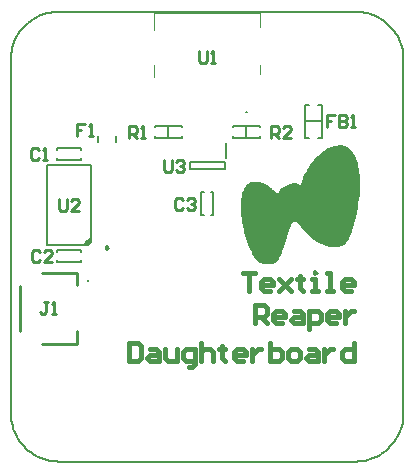
<source format=gto>
G04*
G04 #@! TF.GenerationSoftware,Altium Limited,Altium Designer,22.5.1 (42)*
G04*
G04 Layer_Color=65535*
%FSLAX25Y25*%
%MOIN*%
G70*
G04*
G04 #@! TF.SameCoordinates,6575D538-9FDD-43DE-8B67-50E4B2F97E8D*
G04*
G04*
G04 #@! TF.FilePolarity,Positive*
G04*
G01*
G75*
%ADD10C,0.01000*%
%ADD11C,0.01000*%
%ADD12C,0.00984*%
%ADD13C,0.00787*%
%ADD14C,0.00591*%
%ADD15C,0.00394*%
%ADD16C,0.01500*%
G36*
X25997Y72706D02*
X24815Y72411D01*
Y73002D01*
X25997Y74183D01*
X26784D01*
X25997Y72706D01*
D02*
G37*
G36*
X79777Y70947D02*
X79533Y71495D01*
X79350Y71922D01*
X79228Y72227D01*
X79075Y72623D01*
X78496Y74422D01*
X78313Y75031D01*
X78253Y75275D01*
X78131Y75702D01*
X77887Y76677D01*
X77795Y77074D01*
X77734Y77318D01*
X77612Y77927D01*
X77551Y78171D01*
X77307Y79390D01*
X77247Y79756D01*
X77186Y80061D01*
X77064Y80793D01*
X77003Y81280D01*
X76911Y82103D01*
X76850Y82530D01*
X76789Y83323D01*
X76728Y84481D01*
X76789Y87286D01*
X76850Y87468D01*
X76942Y88230D01*
X77003Y88535D01*
X77064Y88901D01*
X77247Y89633D01*
X77612Y90669D01*
X77887Y91248D01*
X78405Y92010D01*
X78496Y92102D01*
X78557Y92224D01*
X78893Y92559D01*
X79015Y92620D01*
X79137Y92742D01*
X79258Y92803D01*
X80173Y93230D01*
X80569Y93321D01*
X80935Y93382D01*
X82368Y93413D01*
X82551Y93352D01*
X83038Y93291D01*
X83221Y93230D01*
X83983Y92955D01*
X84288Y92833D01*
X84623Y92681D01*
X85294Y92315D01*
X86392Y91584D01*
X86727Y91309D01*
X86940Y91157D01*
X87062Y91035D01*
X87184Y90974D01*
X87489Y90669D01*
X87611Y90608D01*
X89013Y89206D01*
X89074Y89511D01*
X89135Y89755D01*
X89257Y90059D01*
X89501Y90425D01*
X89592Y90517D01*
X89653Y90639D01*
X90171Y91157D01*
X90293Y91218D01*
X90476Y91401D01*
X90598Y91462D01*
X91025Y91767D01*
X92427Y92437D01*
X93220Y92681D01*
X93464Y92742D01*
X94195Y92864D01*
X94835Y92894D01*
X95323Y92833D01*
X95567Y92772D01*
X95872Y92651D01*
X96085Y92498D01*
X96207Y92376D01*
X96298Y92346D01*
X96359Y92224D01*
X96603Y91797D01*
X96756Y92498D01*
X96939Y93230D01*
X97365Y94449D01*
X97548Y94937D01*
X97853Y95607D01*
X98615Y97101D01*
X99103Y97955D01*
X99408Y98381D01*
X99469Y98503D01*
X99713Y98869D01*
X99774Y98991D01*
X99896Y99113D01*
X99957Y99235D01*
X100688Y100210D01*
X100962Y100546D01*
X101115Y100759D01*
X101542Y101186D01*
X101603Y101308D01*
X102182Y101887D01*
X102304Y101948D01*
X102730Y102375D01*
X102852Y102436D01*
X103096Y102679D01*
X103218Y102740D01*
X103401Y102923D01*
X103523Y102984D01*
X103645Y103106D01*
X103767Y103167D01*
X103889Y103289D01*
X104011Y103350D01*
X104133Y103472D01*
X104255Y103533D01*
X104620Y103777D01*
X104742Y103838D01*
X105108Y104082D01*
X105230Y104143D01*
X105779Y104447D01*
X106693Y104874D01*
X106998Y104996D01*
X107394Y105149D01*
X107638Y105210D01*
X107974Y105301D01*
X108461Y105423D01*
X109315Y105545D01*
X110717Y105484D01*
X110900Y105423D01*
X111235Y105332D01*
X111723Y105149D01*
X112241Y104874D01*
X112668Y104569D01*
X112790Y104508D01*
X113674Y103624D01*
X113735Y103503D01*
X113857Y103381D01*
X113918Y103259D01*
X114040Y103137D01*
X114101Y103015D01*
X114345Y102649D01*
X115015Y101247D01*
X115137Y100942D01*
X115289Y100546D01*
X115686Y99235D01*
X115808Y98747D01*
X115899Y98351D01*
X115960Y98107D01*
X116021Y97741D01*
X116082Y97436D01*
X116143Y97071D01*
X116235Y96248D01*
X116295Y96004D01*
X116417Y94358D01*
X116478Y93931D01*
X116417Y89663D01*
X116356Y89480D01*
X116265Y88535D01*
X116204Y88048D01*
X115899Y85975D01*
X115655Y84512D01*
X115594Y84207D01*
X115533Y83841D01*
X115350Y82926D01*
X115289Y82561D01*
X115228Y82317D01*
X115107Y81707D01*
X115046Y81463D01*
X114985Y81158D01*
X114558Y79451D01*
X114467Y79116D01*
X114406Y78872D01*
X114223Y78263D01*
X113643Y76586D01*
X113461Y76098D01*
X113217Y75489D01*
X112698Y74422D01*
X112455Y73995D01*
X112150Y73568D01*
X112089Y73446D01*
X111814Y73111D01*
X111662Y72897D01*
X111205Y72440D01*
X111083Y72379D01*
X110961Y72257D01*
X110290Y71952D01*
X109985Y71830D01*
X109498Y71709D01*
X109071Y71648D01*
X108827Y71587D01*
X107699Y71556D01*
X106968Y71617D01*
X106663Y71678D01*
X106297Y71739D01*
X105322Y71983D01*
X104468Y72288D01*
X103858Y72532D01*
X103523Y72684D01*
X102243Y73355D01*
X101755Y73659D01*
X101633Y73721D01*
X100231Y74757D01*
X100109Y74879D01*
X99987Y74940D01*
X99499Y75428D01*
X99377Y75489D01*
X98798Y76068D01*
X98737Y76190D01*
X98189Y76738D01*
X98128Y76860D01*
X97823Y77165D01*
X97762Y77287D01*
X97518Y77531D01*
X97457Y77653D01*
X97152Y77958D01*
X97091Y78080D01*
X96847Y78323D01*
X96786Y78445D01*
X96420Y78811D01*
X96359Y78933D01*
X95963Y79329D01*
X95841Y79390D01*
X95597Y79634D01*
X94927Y79939D01*
X94500Y80000D01*
X94134Y79939D01*
X93921Y79726D01*
X93860Y79604D01*
X93311Y78445D01*
X93159Y78049D01*
X92153Y74970D01*
X90964Y71465D01*
X90720Y70794D01*
X90537Y70306D01*
X90293Y69697D01*
X89988Y69026D01*
X89867Y68721D01*
X89287Y67654D01*
X88891Y67075D01*
X88739Y66862D01*
X88617Y66740D01*
X88556Y66618D01*
X88342Y66404D01*
X88221Y66344D01*
X88099Y66222D01*
X87977Y66161D01*
X87550Y65978D01*
X87032Y65886D01*
X86209Y65795D01*
X84623Y65856D01*
X84441Y65917D01*
X84105Y66008D01*
X83618Y66191D01*
X83160Y66404D01*
X82581Y66801D01*
X82490Y66892D01*
X82368Y66953D01*
X81788Y67532D01*
X81728Y67654D01*
X81606Y67776D01*
X81545Y67898D01*
X81240Y68325D01*
X81179Y68447D01*
X80874Y68874D01*
X80813Y68996D01*
X80569Y69422D01*
X80264Y69971D01*
X79777Y70886D01*
Y70947D01*
D02*
G37*
D10*
X102028Y63090D02*
X101253Y63537D01*
Y62643D01*
X102028Y63090D01*
X3150Y43697D02*
Y58693D01*
X22245Y39378D02*
Y43563D01*
Y58949D02*
Y63000D01*
X10512Y39378D02*
X22245D01*
X10512Y63000D02*
X22245D01*
X51168Y100599D02*
Y97267D01*
X51835Y96601D01*
X53168D01*
X53834Y97267D01*
Y100599D01*
X55167Y99933D02*
X55834Y100599D01*
X57166D01*
X57833Y99933D01*
Y99266D01*
X57166Y98600D01*
X56500D01*
X57166D01*
X57833Y97934D01*
Y97267D01*
X57166Y96601D01*
X55834D01*
X55167Y97267D01*
X16168Y87599D02*
Y84267D01*
X16835Y83601D01*
X18168D01*
X18834Y84267D01*
Y87599D01*
X22833Y83601D02*
X20167D01*
X22833Y86266D01*
Y86933D01*
X22166Y87599D01*
X20833D01*
X20167Y86933D01*
X62835Y137099D02*
Y133767D01*
X63501Y133101D01*
X64834D01*
X65501Y133767D01*
Y137099D01*
X66834Y133101D02*
X68166D01*
X67500D01*
Y137099D01*
X66834Y136433D01*
X86918Y108101D02*
Y112099D01*
X88918D01*
X89584Y111433D01*
Y110100D01*
X88918Y109433D01*
X86918D01*
X88251D02*
X89584Y108101D01*
X93583D02*
X90917D01*
X93583Y110766D01*
Y111433D01*
X92916Y112099D01*
X91584D01*
X90917Y111433D01*
X39335Y108101D02*
Y112099D01*
X41334D01*
X42001Y111433D01*
Y110100D01*
X41334Y109433D01*
X39335D01*
X40668D02*
X42001Y108101D01*
X43334D02*
X44666D01*
X44000D01*
Y112099D01*
X43334Y111433D01*
X12501Y53220D02*
X11168D01*
X11834D01*
Y49888D01*
X11168Y49221D01*
X10501D01*
X9835Y49888D01*
X13834Y49221D02*
X15166D01*
X14500D01*
Y53220D01*
X13834Y52553D01*
X108251Y115499D02*
X105585D01*
Y113500D01*
X106918D01*
X105585D01*
Y111501D01*
X109583Y115499D02*
Y111501D01*
X111583D01*
X112249Y112167D01*
Y112833D01*
X111583Y113500D01*
X109583D01*
X111583D01*
X112249Y114166D01*
Y114833D01*
X111583Y115499D01*
X109583D01*
X113582Y111501D02*
X114915D01*
X114249D01*
Y115499D01*
X113582Y114833D01*
X24750Y112749D02*
X22084D01*
Y110750D01*
X23417D01*
X22084D01*
Y108751D01*
X26083D02*
X27416D01*
X26749D01*
Y112749D01*
X26083Y112083D01*
X57334Y87433D02*
X56668Y88099D01*
X55335D01*
X54668Y87433D01*
Y84767D01*
X55335Y84101D01*
X56668D01*
X57334Y84767D01*
X58667Y87433D02*
X59333Y88099D01*
X60666D01*
X61333Y87433D01*
Y86766D01*
X60666Y86100D01*
X60000D01*
X60666D01*
X61333Y85434D01*
Y84767D01*
X60666Y84101D01*
X59333D01*
X58667Y84767D01*
X9833Y70083D02*
X9167Y70749D01*
X7834D01*
X7168Y70083D01*
Y67417D01*
X7834Y66751D01*
X9167D01*
X9833Y67417D01*
X13832Y66751D02*
X11167D01*
X13832Y69416D01*
Y70083D01*
X13166Y70749D01*
X11833D01*
X11167Y70083D01*
X9500Y104083D02*
X8833Y104749D01*
X7501D01*
X6834Y104083D01*
Y101417D01*
X7501Y100751D01*
X8833D01*
X9500Y101417D01*
X10833Y100751D02*
X12166D01*
X11499D01*
Y104749D01*
X10833Y104083D01*
D11*
X25600Y60236D02*
D03*
D12*
X32394Y71427D02*
X31656Y71853D01*
Y71001D01*
X32394Y71427D01*
D13*
X26587Y74183D02*
X25701Y73945D01*
X25053Y73297D01*
X24815Y72411D01*
X78886Y116596D02*
X78493D01*
X78886D01*
X78493D01*
X71800Y101409D02*
Y106133D01*
X59745Y100031D02*
X71257D01*
X59745Y97669D02*
Y100031D01*
Y97669D02*
X71257D01*
Y100031D01*
X34953Y106714D02*
Y108486D01*
X29048Y106714D02*
Y108486D01*
X12217Y72411D02*
Y98789D01*
X26784D01*
X26587Y74183D02*
X26784D01*
Y73297D02*
Y98789D01*
X25898Y72411D02*
X26784Y73297D01*
X12217Y72411D02*
X25898D01*
X115000Y149994D02*
X114997Y149994D01*
X130895Y134235D02*
X130863Y135230D01*
X130769Y136221D01*
X130613Y137204D01*
X130394Y138175D01*
X130115Y139130D01*
X129776Y140066D01*
X129379Y140979D01*
X128925Y141865D01*
X128416Y142720D01*
X127853Y143542D01*
X127240Y144326D01*
X126579Y145070D01*
X125872Y145771D01*
X125122Y146426D01*
X124333Y147032D01*
X123506Y147587D01*
X122647Y148089D01*
X121757Y148536D01*
X120841Y148925D01*
X119902Y149256D01*
X118944Y149527D01*
X117971Y149737D01*
X116987Y149885D01*
X115995Y149971D01*
X115000Y149994D01*
X130894Y134099D02*
X130895Y134235D01*
X130894Y134097D02*
X130894Y134099D01*
X130894Y15999D02*
Y16000D01*
X130894Y15999D02*
Y16000D01*
X115001Y106D02*
X115999Y140D01*
X116992Y236D01*
X117977Y393D01*
X118951Y612D01*
X119908Y892D01*
X120847Y1232D01*
X121762Y1629D01*
X122651Y2083D01*
X123509Y2591D01*
X124334Y3152D01*
X125122Y3764D01*
X125871Y4424D01*
X126576Y5130D01*
X127236Y5878D01*
X127848Y6666D01*
X128410Y7491D01*
X128918Y8350D01*
X129372Y9238D01*
X129769Y10154D01*
X130108Y11092D01*
X130388Y12050D01*
X130607Y13023D01*
X130765Y14009D01*
X130861Y15002D01*
X130894Y15999D01*
X115001Y106D02*
X115001D01*
X107Y134098D02*
X107Y134097D01*
X16001Y149994D02*
X15000Y149971D01*
X14003Y149884D01*
X13014Y149734D01*
X12036Y149522D01*
X11073Y149248D01*
X10130Y148913D01*
X9209Y148520D01*
X8316Y148068D01*
X7453Y147561D01*
X6624Y147000D01*
X5832Y146388D01*
X5081Y145726D01*
X4374Y145018D01*
X3712Y144267D01*
X3100Y143475D01*
X2539Y142647D01*
X2032Y141783D01*
X1581Y140890D01*
X1187Y139970D01*
X852Y139026D01*
X579Y138064D01*
X366Y137086D01*
X216Y136096D01*
X130Y135099D01*
X107Y134098D01*
X16004Y149994D02*
X16001Y149994D01*
X107Y16000D02*
X138Y15002D01*
X232Y14008D01*
X388Y13022D01*
X606Y12047D01*
X885Y11089D01*
X1223Y10149D01*
X1619Y9233D01*
X2073Y8343D01*
X2581Y7484D01*
X3142Y6658D01*
X3754Y5869D01*
X4414Y5120D01*
X5121Y4414D01*
X5869Y3754D01*
X6658Y3142D01*
X7484Y2580D01*
X8344Y2072D01*
X9233Y1619D01*
X10150Y1222D01*
X11089Y884D01*
X12048Y606D01*
X13022Y388D01*
X14008Y231D01*
X15003Y138D01*
X16001Y106D01*
X130894Y134099D02*
Y134100D01*
X130894Y16000D02*
X130894Y134099D01*
X115000Y149994D02*
X115001D01*
X16001D02*
X115000D01*
X16001D02*
X16001D01*
X107Y134098D02*
Y134100D01*
Y134098D02*
X107Y16000D01*
Y16000D02*
Y16000D01*
X16001Y106D02*
X115001D01*
X16001D02*
X16001D01*
D14*
X98244Y113500D02*
X103756D01*
X102575Y119012D02*
X103756D01*
Y107988D02*
Y119012D01*
X102575Y107988D02*
X103756D01*
X98244D02*
X99425D01*
X98244D02*
Y119012D01*
X99425D01*
X63532Y82163D02*
X64319D01*
X63532D02*
Y90037D01*
X64319D01*
X66682D02*
X67469D01*
Y82163D02*
Y90037D01*
X66682Y82163D02*
X67469D01*
X15564Y103781D02*
Y104569D01*
X23438D01*
Y103781D02*
Y104569D01*
Y100631D02*
Y101419D01*
X15564Y100631D02*
X23438D01*
X15564D02*
Y101419D01*
X23438Y66632D02*
Y67419D01*
X15564Y66632D02*
X23438D01*
X15564D02*
Y67419D01*
Y69781D02*
Y70569D01*
X23438D01*
Y69781D02*
Y70569D01*
X78501Y108100D02*
Y112100D01*
X83001Y108100D02*
Y108600D01*
X74001Y108100D02*
X83001D01*
X74001D02*
Y108600D01*
Y111600D02*
Y112100D01*
X83001D01*
Y111600D02*
Y112100D01*
X52501Y108100D02*
Y112100D01*
X57001Y108100D02*
Y108600D01*
X48001Y108100D02*
X57001D01*
X48001D02*
Y108600D01*
Y111600D02*
Y112100D01*
X57001D01*
Y111600D02*
Y112100D01*
D15*
X47902Y128210D02*
Y132147D01*
Y128210D02*
Y132147D01*
Y143958D02*
Y149576D01*
Y143958D02*
Y149576D01*
X83099D01*
X47902D02*
X83099D01*
Y144942D02*
Y149576D01*
Y144942D02*
Y149576D01*
Y129194D02*
Y132147D01*
X83217D01*
Y129194D02*
Y132147D01*
X83099Y129194D02*
X83217D01*
D16*
X77512Y63092D02*
X81511D01*
X79511D01*
Y57094D01*
X86509D02*
X84510D01*
X83510Y58094D01*
Y60093D01*
X84510Y61093D01*
X86509D01*
X87509Y60093D01*
Y59093D01*
X83510D01*
X89508Y61093D02*
X93507Y57094D01*
X91507Y59093D01*
X93507Y61093D01*
X89508Y57094D01*
X96506Y62092D02*
Y61093D01*
X95506D01*
X97505D01*
X96506D01*
Y58094D01*
X97505Y57094D01*
X100505D02*
X102504D01*
X101504D01*
Y61093D01*
X100505D01*
X105503Y57094D02*
X107502D01*
X106503D01*
Y63092D01*
X105503D01*
X113500Y57094D02*
X111501D01*
X110501Y58094D01*
Y60093D01*
X111501Y61093D01*
X113500D01*
X114500Y60093D01*
Y59093D01*
X110501D01*
X81511Y46296D02*
Y52294D01*
X84510D01*
X85509Y51295D01*
Y49295D01*
X84510Y48296D01*
X81511D01*
X83510D02*
X85509Y46296D01*
X90508D02*
X88508D01*
X87509Y47296D01*
Y49295D01*
X88508Y50295D01*
X90508D01*
X91507Y49295D01*
Y48296D01*
X87509D01*
X94507Y50295D02*
X96506D01*
X97505Y49295D01*
Y46296D01*
X94507D01*
X93507Y47296D01*
X94507Y48296D01*
X97505D01*
X99505Y44297D02*
Y50295D01*
X102504D01*
X103504Y49295D01*
Y47296D01*
X102504Y46296D01*
X99505D01*
X108502D02*
X106503D01*
X105503Y47296D01*
Y49295D01*
X106503Y50295D01*
X108502D01*
X109502Y49295D01*
Y48296D01*
X105503D01*
X111501Y50295D02*
Y46296D01*
Y48296D01*
X112501Y49295D01*
X113500Y50295D01*
X114500D01*
X39524Y39497D02*
Y33499D01*
X42523D01*
X43523Y34499D01*
Y38498D01*
X42523Y39497D01*
X39524D01*
X46522Y37498D02*
X48521D01*
X49521Y36498D01*
Y33499D01*
X46522D01*
X45522Y34499D01*
X46522Y35499D01*
X49521D01*
X51520Y37498D02*
Y34499D01*
X52520Y33499D01*
X55519D01*
Y37498D01*
X59518Y31500D02*
X60518D01*
X61517Y32500D01*
Y37498D01*
X58518D01*
X57518Y36498D01*
Y34499D01*
X58518Y33499D01*
X61517D01*
X63516Y39497D02*
Y33499D01*
Y36498D01*
X64516Y37498D01*
X66515D01*
X67515Y36498D01*
Y33499D01*
X70514Y38498D02*
Y37498D01*
X69515D01*
X71514D01*
X70514D01*
Y34499D01*
X71514Y33499D01*
X77512D02*
X75513D01*
X74513Y34499D01*
Y36498D01*
X75513Y37498D01*
X77512D01*
X78512Y36498D01*
Y35499D01*
X74513D01*
X80511Y37498D02*
Y33499D01*
Y35499D01*
X81511Y36498D01*
X82510Y37498D01*
X83510D01*
X86509Y39497D02*
Y33499D01*
X89508D01*
X90508Y34499D01*
Y35499D01*
Y36498D01*
X89508Y37498D01*
X86509D01*
X93507Y33499D02*
X95506D01*
X96506Y34499D01*
Y36498D01*
X95506Y37498D01*
X93507D01*
X92507Y36498D01*
Y34499D01*
X93507Y33499D01*
X99505Y37498D02*
X101504D01*
X102504Y36498D01*
Y33499D01*
X99505D01*
X98505Y34499D01*
X99505Y35499D01*
X102504D01*
X104503Y37498D02*
Y33499D01*
Y35499D01*
X105503Y36498D01*
X106503Y37498D01*
X107502D01*
X114500Y39497D02*
Y33499D01*
X111501D01*
X110501Y34499D01*
Y36498D01*
X111501Y37498D01*
X114500D01*
M02*

</source>
